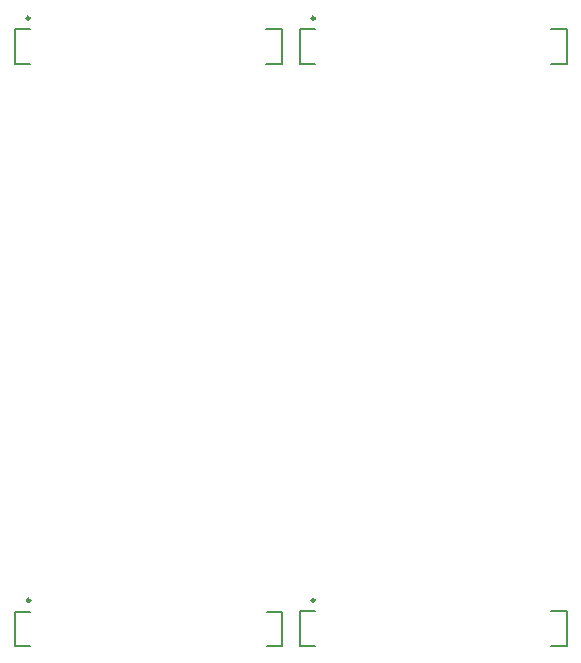
<source format=gbo>
G04*
G04 #@! TF.GenerationSoftware,Altium Limited,Altium Designer,25.1.2 (22)*
G04*
G04 Layer_Color=32896*
%FSLAX43Y43*%
%MOMM*%
G71*
G04*
G04 #@! TF.SameCoordinates,40D48374-329B-4D39-B51B-D84B34E4F720*
G04*
G04*
G04 #@! TF.FilePolarity,Positive*
G04*
G01*
G75*
%ADD10C,0.254*%
%ADD17C,0.152*%
D10*
X62266Y49562D02*
G03*
X62266Y49562I-127J0D01*
G01*
X38151Y98857D02*
G03*
X38151Y98857I-127J0D01*
G01*
X62282Y98847D02*
G03*
X62282Y98847I-127J0D01*
G01*
X38180Y49556D02*
G03*
X38180Y49556I-127J0D01*
G01*
D17*
X82299Y48619D02*
X83599D01*
Y45679D02*
Y48619D01*
X82299Y45679D02*
X83599D01*
X60999Y48619D02*
X62299D01*
X60999Y45679D02*
Y48619D01*
Y45679D02*
X62299D01*
X36884Y94974D02*
X38184D01*
X36884D02*
Y97914D01*
X38184D01*
X58184Y94974D02*
X59484D01*
Y97914D01*
X58184D02*
X59484D01*
X61015Y94964D02*
X62315D01*
X61015D02*
Y97904D01*
X62315D01*
X82315Y94964D02*
X83615D01*
Y97904D01*
X82315D02*
X83615D01*
X58213Y48613D02*
X59513D01*
Y45673D02*
Y48613D01*
X58213Y45673D02*
X59513D01*
X36913Y48613D02*
X38213D01*
X36913Y45673D02*
Y48613D01*
Y45673D02*
X38213D01*
M02*

</source>
